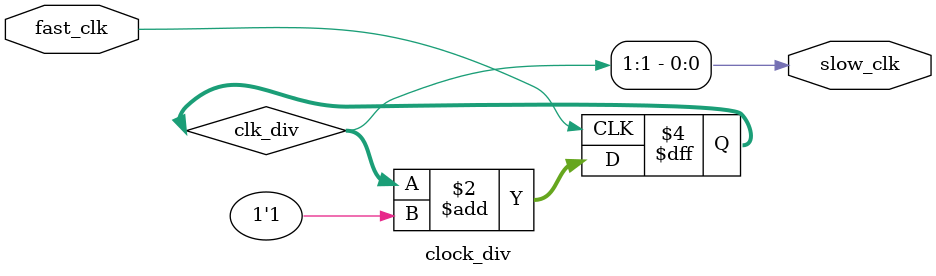
<source format=sv>
/*
 *  Generates a slower clock from an input one.
 *  div_bit - How slow you want the new clock to be, 2^(div_bit) times slower.
 *  div_bit = 1 - 2 times, 
 *  div_bit = 2 - 4 times and so on.
 */
module clock_div #(div_bit = 1) (
    input fast_clk,
    output slow_clk
);

reg [div_bit+1:0] clk_div = 0;
always @(posedge fast_clk) clk_div <= clk_div + 1'b1;

assign slow_clk = clk_div[div_bit];
    
endmodule
</source>
